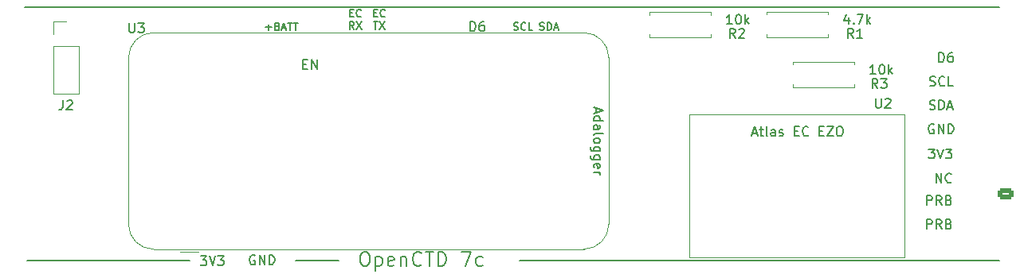
<source format=gbr>
%TF.GenerationSoftware,KiCad,Pcbnew,7.0.7*%
%TF.CreationDate,2024-03-20T16:58:12-04:00*%
%TF.ProjectId,kicad-openctd_rev7,6b696361-642d-46f7-9065-6e6374645f72,rev?*%
%TF.SameCoordinates,Original*%
%TF.FileFunction,Legend,Top*%
%TF.FilePolarity,Positive*%
%FSLAX46Y46*%
G04 Gerber Fmt 4.6, Leading zero omitted, Abs format (unit mm)*
G04 Created by KiCad (PCBNEW 7.0.7) date 2024-03-20 16:58:12*
%MOMM*%
%LPD*%
G01*
G04 APERTURE LIST*
G04 Aperture macros list*
%AMRoundRect*
0 Rectangle with rounded corners*
0 $1 Rounding radius*
0 $2 $3 $4 $5 $6 $7 $8 $9 X,Y pos of 4 corners*
0 Add a 4 corners polygon primitive as box body*
4,1,4,$2,$3,$4,$5,$6,$7,$8,$9,$2,$3,0*
0 Add four circle primitives for the rounded corners*
1,1,$1+$1,$2,$3*
1,1,$1+$1,$4,$5*
1,1,$1+$1,$6,$7*
1,1,$1+$1,$8,$9*
0 Add four rect primitives between the rounded corners*
20,1,$1+$1,$2,$3,$4,$5,0*
20,1,$1+$1,$4,$5,$6,$7,0*
20,1,$1+$1,$6,$7,$8,$9,0*
20,1,$1+$1,$8,$9,$2,$3,0*%
G04 Aperture macros list end*
%ADD10C,0.150000*%
%ADD11C,0.120000*%
%ADD12C,1.600000*%
%ADD13O,1.600000X1.600000*%
%ADD14C,2.540000*%
%ADD15R,1.600000X1.600000*%
%ADD16R,1.651000X1.651000*%
%ADD17C,1.651000*%
%ADD18R,1.700000X1.700000*%
%ADD19O,1.700000X1.700000*%
%ADD20C,4.300000*%
%ADD21RoundRect,0.250000X0.625000X-0.350000X0.625000X0.350000X-0.625000X0.350000X-0.625000X-0.350000X0*%
%ADD22O,1.750000X1.200000*%
G04 APERTURE END LIST*
D10*
X149750000Y-108000000D02*
X200750000Y-108000000D01*
X130536000Y-108000000D02*
X126004000Y-108000000D01*
X97250000Y-81000000D02*
X200750000Y-81000000D01*
X114750000Y-108000000D02*
X97500000Y-108000000D01*
X184745428Y-82084152D02*
X184745428Y-82750819D01*
X184507333Y-81703200D02*
X184269238Y-82417485D01*
X184269238Y-82417485D02*
X184888285Y-82417485D01*
X185269238Y-82655580D02*
X185316857Y-82703200D01*
X185316857Y-82703200D02*
X185269238Y-82750819D01*
X185269238Y-82750819D02*
X185221619Y-82703200D01*
X185221619Y-82703200D02*
X185269238Y-82655580D01*
X185269238Y-82655580D02*
X185269238Y-82750819D01*
X185650190Y-81750819D02*
X186316856Y-81750819D01*
X186316856Y-81750819D02*
X185888285Y-82750819D01*
X186697809Y-82750819D02*
X186697809Y-81750819D01*
X186793047Y-82369866D02*
X187078761Y-82750819D01*
X187078761Y-82084152D02*
X186697809Y-82465104D01*
X193349714Y-91835200D02*
X193492571Y-91882819D01*
X193492571Y-91882819D02*
X193730666Y-91882819D01*
X193730666Y-91882819D02*
X193825904Y-91835200D01*
X193825904Y-91835200D02*
X193873523Y-91787580D01*
X193873523Y-91787580D02*
X193921142Y-91692342D01*
X193921142Y-91692342D02*
X193921142Y-91597104D01*
X193921142Y-91597104D02*
X193873523Y-91501866D01*
X193873523Y-91501866D02*
X193825904Y-91454247D01*
X193825904Y-91454247D02*
X193730666Y-91406628D01*
X193730666Y-91406628D02*
X193540190Y-91359009D01*
X193540190Y-91359009D02*
X193444952Y-91311390D01*
X193444952Y-91311390D02*
X193397333Y-91263771D01*
X193397333Y-91263771D02*
X193349714Y-91168533D01*
X193349714Y-91168533D02*
X193349714Y-91073295D01*
X193349714Y-91073295D02*
X193397333Y-90978057D01*
X193397333Y-90978057D02*
X193444952Y-90930438D01*
X193444952Y-90930438D02*
X193540190Y-90882819D01*
X193540190Y-90882819D02*
X193778285Y-90882819D01*
X193778285Y-90882819D02*
X193921142Y-90930438D01*
X194349714Y-91882819D02*
X194349714Y-90882819D01*
X194349714Y-90882819D02*
X194587809Y-90882819D01*
X194587809Y-90882819D02*
X194730666Y-90930438D01*
X194730666Y-90930438D02*
X194825904Y-91025676D01*
X194825904Y-91025676D02*
X194873523Y-91120914D01*
X194873523Y-91120914D02*
X194921142Y-91311390D01*
X194921142Y-91311390D02*
X194921142Y-91454247D01*
X194921142Y-91454247D02*
X194873523Y-91644723D01*
X194873523Y-91644723D02*
X194825904Y-91739961D01*
X194825904Y-91739961D02*
X194730666Y-91835200D01*
X194730666Y-91835200D02*
X194587809Y-91882819D01*
X194587809Y-91882819D02*
X194349714Y-91882819D01*
X195302095Y-91597104D02*
X195778285Y-91597104D01*
X195206857Y-91882819D02*
X195540190Y-90882819D01*
X195540190Y-90882819D02*
X195873523Y-91882819D01*
X174514475Y-94403104D02*
X174990665Y-94403104D01*
X174419237Y-94688819D02*
X174752570Y-93688819D01*
X174752570Y-93688819D02*
X175085903Y-94688819D01*
X175276380Y-94022152D02*
X175657332Y-94022152D01*
X175419237Y-93688819D02*
X175419237Y-94545961D01*
X175419237Y-94545961D02*
X175466856Y-94641200D01*
X175466856Y-94641200D02*
X175562094Y-94688819D01*
X175562094Y-94688819D02*
X175657332Y-94688819D01*
X176133523Y-94688819D02*
X176038285Y-94641200D01*
X176038285Y-94641200D02*
X175990666Y-94545961D01*
X175990666Y-94545961D02*
X175990666Y-93688819D01*
X176943047Y-94688819D02*
X176943047Y-94165009D01*
X176943047Y-94165009D02*
X176895428Y-94069771D01*
X176895428Y-94069771D02*
X176800190Y-94022152D01*
X176800190Y-94022152D02*
X176609714Y-94022152D01*
X176609714Y-94022152D02*
X176514476Y-94069771D01*
X176943047Y-94641200D02*
X176847809Y-94688819D01*
X176847809Y-94688819D02*
X176609714Y-94688819D01*
X176609714Y-94688819D02*
X176514476Y-94641200D01*
X176514476Y-94641200D02*
X176466857Y-94545961D01*
X176466857Y-94545961D02*
X176466857Y-94450723D01*
X176466857Y-94450723D02*
X176514476Y-94355485D01*
X176514476Y-94355485D02*
X176609714Y-94307866D01*
X176609714Y-94307866D02*
X176847809Y-94307866D01*
X176847809Y-94307866D02*
X176943047Y-94260247D01*
X177371619Y-94641200D02*
X177466857Y-94688819D01*
X177466857Y-94688819D02*
X177657333Y-94688819D01*
X177657333Y-94688819D02*
X177752571Y-94641200D01*
X177752571Y-94641200D02*
X177800190Y-94545961D01*
X177800190Y-94545961D02*
X177800190Y-94498342D01*
X177800190Y-94498342D02*
X177752571Y-94403104D01*
X177752571Y-94403104D02*
X177657333Y-94355485D01*
X177657333Y-94355485D02*
X177514476Y-94355485D01*
X177514476Y-94355485D02*
X177419238Y-94307866D01*
X177419238Y-94307866D02*
X177371619Y-94212628D01*
X177371619Y-94212628D02*
X177371619Y-94165009D01*
X177371619Y-94165009D02*
X177419238Y-94069771D01*
X177419238Y-94069771D02*
X177514476Y-94022152D01*
X177514476Y-94022152D02*
X177657333Y-94022152D01*
X177657333Y-94022152D02*
X177752571Y-94069771D01*
X178990667Y-94165009D02*
X179324000Y-94165009D01*
X179466857Y-94688819D02*
X178990667Y-94688819D01*
X178990667Y-94688819D02*
X178990667Y-93688819D01*
X178990667Y-93688819D02*
X179466857Y-93688819D01*
X180466857Y-94593580D02*
X180419238Y-94641200D01*
X180419238Y-94641200D02*
X180276381Y-94688819D01*
X180276381Y-94688819D02*
X180181143Y-94688819D01*
X180181143Y-94688819D02*
X180038286Y-94641200D01*
X180038286Y-94641200D02*
X179943048Y-94545961D01*
X179943048Y-94545961D02*
X179895429Y-94450723D01*
X179895429Y-94450723D02*
X179847810Y-94260247D01*
X179847810Y-94260247D02*
X179847810Y-94117390D01*
X179847810Y-94117390D02*
X179895429Y-93926914D01*
X179895429Y-93926914D02*
X179943048Y-93831676D01*
X179943048Y-93831676D02*
X180038286Y-93736438D01*
X180038286Y-93736438D02*
X180181143Y-93688819D01*
X180181143Y-93688819D02*
X180276381Y-93688819D01*
X180276381Y-93688819D02*
X180419238Y-93736438D01*
X180419238Y-93736438D02*
X180466857Y-93784057D01*
X181657334Y-94165009D02*
X181990667Y-94165009D01*
X182133524Y-94688819D02*
X181657334Y-94688819D01*
X181657334Y-94688819D02*
X181657334Y-93688819D01*
X181657334Y-93688819D02*
X182133524Y-93688819D01*
X182466858Y-93688819D02*
X183133524Y-93688819D01*
X183133524Y-93688819D02*
X182466858Y-94688819D01*
X182466858Y-94688819D02*
X183133524Y-94688819D01*
X183704953Y-93688819D02*
X183895429Y-93688819D01*
X183895429Y-93688819D02*
X183990667Y-93736438D01*
X183990667Y-93736438D02*
X184085905Y-93831676D01*
X184085905Y-93831676D02*
X184133524Y-94022152D01*
X184133524Y-94022152D02*
X184133524Y-94355485D01*
X184133524Y-94355485D02*
X184085905Y-94545961D01*
X184085905Y-94545961D02*
X183990667Y-94641200D01*
X183990667Y-94641200D02*
X183895429Y-94688819D01*
X183895429Y-94688819D02*
X183704953Y-94688819D01*
X183704953Y-94688819D02*
X183609715Y-94641200D01*
X183609715Y-94641200D02*
X183514477Y-94545961D01*
X183514477Y-94545961D02*
X183466858Y-94355485D01*
X183466858Y-94355485D02*
X183466858Y-94022152D01*
X183466858Y-94022152D02*
X183514477Y-93831676D01*
X183514477Y-93831676D02*
X183609715Y-93736438D01*
X183609715Y-93736438D02*
X183704953Y-93688819D01*
X134302571Y-81599247D02*
X134569237Y-81599247D01*
X134683523Y-82018295D02*
X134302571Y-82018295D01*
X134302571Y-82018295D02*
X134302571Y-81218295D01*
X134302571Y-81218295D02*
X134683523Y-81218295D01*
X135483524Y-81942104D02*
X135445428Y-81980200D01*
X135445428Y-81980200D02*
X135331143Y-82018295D01*
X135331143Y-82018295D02*
X135254952Y-82018295D01*
X135254952Y-82018295D02*
X135140666Y-81980200D01*
X135140666Y-81980200D02*
X135064476Y-81904009D01*
X135064476Y-81904009D02*
X135026381Y-81827819D01*
X135026381Y-81827819D02*
X134988285Y-81675438D01*
X134988285Y-81675438D02*
X134988285Y-81561152D01*
X134988285Y-81561152D02*
X135026381Y-81408771D01*
X135026381Y-81408771D02*
X135064476Y-81332580D01*
X135064476Y-81332580D02*
X135140666Y-81256390D01*
X135140666Y-81256390D02*
X135254952Y-81218295D01*
X135254952Y-81218295D02*
X135331143Y-81218295D01*
X135331143Y-81218295D02*
X135445428Y-81256390D01*
X135445428Y-81256390D02*
X135483524Y-81294485D01*
X134264476Y-82506295D02*
X134721619Y-82506295D01*
X134493047Y-83306295D02*
X134493047Y-82506295D01*
X134912095Y-82506295D02*
X135445429Y-83306295D01*
X135445429Y-82506295D02*
X134912095Y-83306295D01*
X193048095Y-104594819D02*
X193048095Y-103594819D01*
X193048095Y-103594819D02*
X193429047Y-103594819D01*
X193429047Y-103594819D02*
X193524285Y-103642438D01*
X193524285Y-103642438D02*
X193571904Y-103690057D01*
X193571904Y-103690057D02*
X193619523Y-103785295D01*
X193619523Y-103785295D02*
X193619523Y-103928152D01*
X193619523Y-103928152D02*
X193571904Y-104023390D01*
X193571904Y-104023390D02*
X193524285Y-104071009D01*
X193524285Y-104071009D02*
X193429047Y-104118628D01*
X193429047Y-104118628D02*
X193048095Y-104118628D01*
X194619523Y-104594819D02*
X194286190Y-104118628D01*
X194048095Y-104594819D02*
X194048095Y-103594819D01*
X194048095Y-103594819D02*
X194429047Y-103594819D01*
X194429047Y-103594819D02*
X194524285Y-103642438D01*
X194524285Y-103642438D02*
X194571904Y-103690057D01*
X194571904Y-103690057D02*
X194619523Y-103785295D01*
X194619523Y-103785295D02*
X194619523Y-103928152D01*
X194619523Y-103928152D02*
X194571904Y-104023390D01*
X194571904Y-104023390D02*
X194524285Y-104071009D01*
X194524285Y-104071009D02*
X194429047Y-104118628D01*
X194429047Y-104118628D02*
X194048095Y-104118628D01*
X195381428Y-104071009D02*
X195524285Y-104118628D01*
X195524285Y-104118628D02*
X195571904Y-104166247D01*
X195571904Y-104166247D02*
X195619523Y-104261485D01*
X195619523Y-104261485D02*
X195619523Y-104404342D01*
X195619523Y-104404342D02*
X195571904Y-104499580D01*
X195571904Y-104499580D02*
X195524285Y-104547200D01*
X195524285Y-104547200D02*
X195429047Y-104594819D01*
X195429047Y-104594819D02*
X195048095Y-104594819D01*
X195048095Y-104594819D02*
X195048095Y-103594819D01*
X195048095Y-103594819D02*
X195381428Y-103594819D01*
X195381428Y-103594819D02*
X195476666Y-103642438D01*
X195476666Y-103642438D02*
X195524285Y-103690057D01*
X195524285Y-103690057D02*
X195571904Y-103785295D01*
X195571904Y-103785295D02*
X195571904Y-103880533D01*
X195571904Y-103880533D02*
X195524285Y-103975771D01*
X195524285Y-103975771D02*
X195476666Y-104023390D01*
X195476666Y-104023390D02*
X195381428Y-104071009D01*
X195381428Y-104071009D02*
X195048095Y-104071009D01*
X149161618Y-83378200D02*
X149275904Y-83416295D01*
X149275904Y-83416295D02*
X149466380Y-83416295D01*
X149466380Y-83416295D02*
X149542571Y-83378200D01*
X149542571Y-83378200D02*
X149580666Y-83340104D01*
X149580666Y-83340104D02*
X149618761Y-83263914D01*
X149618761Y-83263914D02*
X149618761Y-83187723D01*
X149618761Y-83187723D02*
X149580666Y-83111533D01*
X149580666Y-83111533D02*
X149542571Y-83073438D01*
X149542571Y-83073438D02*
X149466380Y-83035342D01*
X149466380Y-83035342D02*
X149313999Y-82997247D01*
X149313999Y-82997247D02*
X149237809Y-82959152D01*
X149237809Y-82959152D02*
X149199714Y-82921057D01*
X149199714Y-82921057D02*
X149161618Y-82844866D01*
X149161618Y-82844866D02*
X149161618Y-82768676D01*
X149161618Y-82768676D02*
X149199714Y-82692485D01*
X149199714Y-82692485D02*
X149237809Y-82654390D01*
X149237809Y-82654390D02*
X149313999Y-82616295D01*
X149313999Y-82616295D02*
X149504476Y-82616295D01*
X149504476Y-82616295D02*
X149618761Y-82654390D01*
X150418762Y-83340104D02*
X150380666Y-83378200D01*
X150380666Y-83378200D02*
X150266381Y-83416295D01*
X150266381Y-83416295D02*
X150190190Y-83416295D01*
X150190190Y-83416295D02*
X150075904Y-83378200D01*
X150075904Y-83378200D02*
X149999714Y-83302009D01*
X149999714Y-83302009D02*
X149961619Y-83225819D01*
X149961619Y-83225819D02*
X149923523Y-83073438D01*
X149923523Y-83073438D02*
X149923523Y-82959152D01*
X149923523Y-82959152D02*
X149961619Y-82806771D01*
X149961619Y-82806771D02*
X149999714Y-82730580D01*
X149999714Y-82730580D02*
X150075904Y-82654390D01*
X150075904Y-82654390D02*
X150190190Y-82616295D01*
X150190190Y-82616295D02*
X150266381Y-82616295D01*
X150266381Y-82616295D02*
X150380666Y-82654390D01*
X150380666Y-82654390D02*
X150418762Y-82692485D01*
X151142571Y-83416295D02*
X150761619Y-83416295D01*
X150761619Y-83416295D02*
X150761619Y-82616295D01*
X115911905Y-107504819D02*
X116530952Y-107504819D01*
X116530952Y-107504819D02*
X116197619Y-107885771D01*
X116197619Y-107885771D02*
X116340476Y-107885771D01*
X116340476Y-107885771D02*
X116435714Y-107933390D01*
X116435714Y-107933390D02*
X116483333Y-107981009D01*
X116483333Y-107981009D02*
X116530952Y-108076247D01*
X116530952Y-108076247D02*
X116530952Y-108314342D01*
X116530952Y-108314342D02*
X116483333Y-108409580D01*
X116483333Y-108409580D02*
X116435714Y-108457200D01*
X116435714Y-108457200D02*
X116340476Y-108504819D01*
X116340476Y-108504819D02*
X116054762Y-108504819D01*
X116054762Y-108504819D02*
X115959524Y-108457200D01*
X115959524Y-108457200D02*
X115911905Y-108409580D01*
X116816667Y-107504819D02*
X117150000Y-108504819D01*
X117150000Y-108504819D02*
X117483333Y-107504819D01*
X117721429Y-107504819D02*
X118340476Y-107504819D01*
X118340476Y-107504819D02*
X118007143Y-107885771D01*
X118007143Y-107885771D02*
X118150000Y-107885771D01*
X118150000Y-107885771D02*
X118245238Y-107933390D01*
X118245238Y-107933390D02*
X118292857Y-107981009D01*
X118292857Y-107981009D02*
X118340476Y-108076247D01*
X118340476Y-108076247D02*
X118340476Y-108314342D01*
X118340476Y-108314342D02*
X118292857Y-108409580D01*
X118292857Y-108409580D02*
X118245238Y-108457200D01*
X118245238Y-108457200D02*
X118150000Y-108504819D01*
X118150000Y-108504819D02*
X117864286Y-108504819D01*
X117864286Y-108504819D02*
X117769048Y-108457200D01*
X117769048Y-108457200D02*
X117721429Y-108409580D01*
X193802095Y-93482438D02*
X193706857Y-93434819D01*
X193706857Y-93434819D02*
X193564000Y-93434819D01*
X193564000Y-93434819D02*
X193421143Y-93482438D01*
X193421143Y-93482438D02*
X193325905Y-93577676D01*
X193325905Y-93577676D02*
X193278286Y-93672914D01*
X193278286Y-93672914D02*
X193230667Y-93863390D01*
X193230667Y-93863390D02*
X193230667Y-94006247D01*
X193230667Y-94006247D02*
X193278286Y-94196723D01*
X193278286Y-94196723D02*
X193325905Y-94291961D01*
X193325905Y-94291961D02*
X193421143Y-94387200D01*
X193421143Y-94387200D02*
X193564000Y-94434819D01*
X193564000Y-94434819D02*
X193659238Y-94434819D01*
X193659238Y-94434819D02*
X193802095Y-94387200D01*
X193802095Y-94387200D02*
X193849714Y-94339580D01*
X193849714Y-94339580D02*
X193849714Y-94006247D01*
X193849714Y-94006247D02*
X193659238Y-94006247D01*
X194278286Y-94434819D02*
X194278286Y-93434819D01*
X194278286Y-93434819D02*
X194849714Y-94434819D01*
X194849714Y-94434819D02*
X194849714Y-93434819D01*
X195325905Y-94434819D02*
X195325905Y-93434819D01*
X195325905Y-93434819D02*
X195564000Y-93434819D01*
X195564000Y-93434819D02*
X195706857Y-93482438D01*
X195706857Y-93482438D02*
X195802095Y-93577676D01*
X195802095Y-93577676D02*
X195849714Y-93672914D01*
X195849714Y-93672914D02*
X195897333Y-93863390D01*
X195897333Y-93863390D02*
X195897333Y-94006247D01*
X195897333Y-94006247D02*
X195849714Y-94196723D01*
X195849714Y-94196723D02*
X195802095Y-94291961D01*
X195802095Y-94291961D02*
X195706857Y-94387200D01*
X195706857Y-94387200D02*
X195564000Y-94434819D01*
X195564000Y-94434819D02*
X195325905Y-94434819D01*
X126769905Y-87053009D02*
X127103238Y-87053009D01*
X127246095Y-87576819D02*
X126769905Y-87576819D01*
X126769905Y-87576819D02*
X126769905Y-86576819D01*
X126769905Y-86576819D02*
X127246095Y-86576819D01*
X127674667Y-87576819D02*
X127674667Y-86576819D01*
X127674667Y-86576819D02*
X128246095Y-87576819D01*
X128246095Y-87576819D02*
X128246095Y-86576819D01*
X194333905Y-86814819D02*
X194333905Y-85814819D01*
X194333905Y-85814819D02*
X194572000Y-85814819D01*
X194572000Y-85814819D02*
X194714857Y-85862438D01*
X194714857Y-85862438D02*
X194810095Y-85957676D01*
X194810095Y-85957676D02*
X194857714Y-86052914D01*
X194857714Y-86052914D02*
X194905333Y-86243390D01*
X194905333Y-86243390D02*
X194905333Y-86386247D01*
X194905333Y-86386247D02*
X194857714Y-86576723D01*
X194857714Y-86576723D02*
X194810095Y-86671961D01*
X194810095Y-86671961D02*
X194714857Y-86767200D01*
X194714857Y-86767200D02*
X194572000Y-86814819D01*
X194572000Y-86814819D02*
X194333905Y-86814819D01*
X195762476Y-85814819D02*
X195572000Y-85814819D01*
X195572000Y-85814819D02*
X195476762Y-85862438D01*
X195476762Y-85862438D02*
X195429143Y-85910057D01*
X195429143Y-85910057D02*
X195333905Y-86052914D01*
X195333905Y-86052914D02*
X195286286Y-86243390D01*
X195286286Y-86243390D02*
X195286286Y-86624342D01*
X195286286Y-86624342D02*
X195333905Y-86719580D01*
X195333905Y-86719580D02*
X195381524Y-86767200D01*
X195381524Y-86767200D02*
X195476762Y-86814819D01*
X195476762Y-86814819D02*
X195667238Y-86814819D01*
X195667238Y-86814819D02*
X195762476Y-86767200D01*
X195762476Y-86767200D02*
X195810095Y-86719580D01*
X195810095Y-86719580D02*
X195857714Y-86624342D01*
X195857714Y-86624342D02*
X195857714Y-86386247D01*
X195857714Y-86386247D02*
X195810095Y-86291009D01*
X195810095Y-86291009D02*
X195762476Y-86243390D01*
X195762476Y-86243390D02*
X195667238Y-86195771D01*
X195667238Y-86195771D02*
X195476762Y-86195771D01*
X195476762Y-86195771D02*
X195381524Y-86243390D01*
X195381524Y-86243390D02*
X195333905Y-86291009D01*
X195333905Y-86291009D02*
X195286286Y-86386247D01*
X157945895Y-91749999D02*
X157945895Y-92226189D01*
X157660180Y-91654761D02*
X158660180Y-91988094D01*
X158660180Y-91988094D02*
X157660180Y-92321427D01*
X157660180Y-93083332D02*
X158660180Y-93083332D01*
X157707800Y-93083332D02*
X157660180Y-92988094D01*
X157660180Y-92988094D02*
X157660180Y-92797618D01*
X157660180Y-92797618D02*
X157707800Y-92702380D01*
X157707800Y-92702380D02*
X157755419Y-92654761D01*
X157755419Y-92654761D02*
X157850657Y-92607142D01*
X157850657Y-92607142D02*
X158136371Y-92607142D01*
X158136371Y-92607142D02*
X158231609Y-92654761D01*
X158231609Y-92654761D02*
X158279228Y-92702380D01*
X158279228Y-92702380D02*
X158326847Y-92797618D01*
X158326847Y-92797618D02*
X158326847Y-92988094D01*
X158326847Y-92988094D02*
X158279228Y-93083332D01*
X157660180Y-93988094D02*
X158183990Y-93988094D01*
X158183990Y-93988094D02*
X158279228Y-93940475D01*
X158279228Y-93940475D02*
X158326847Y-93845237D01*
X158326847Y-93845237D02*
X158326847Y-93654761D01*
X158326847Y-93654761D02*
X158279228Y-93559523D01*
X157707800Y-93988094D02*
X157660180Y-93892856D01*
X157660180Y-93892856D02*
X157660180Y-93654761D01*
X157660180Y-93654761D02*
X157707800Y-93559523D01*
X157707800Y-93559523D02*
X157803038Y-93511904D01*
X157803038Y-93511904D02*
X157898276Y-93511904D01*
X157898276Y-93511904D02*
X157993514Y-93559523D01*
X157993514Y-93559523D02*
X158041133Y-93654761D01*
X158041133Y-93654761D02*
X158041133Y-93892856D01*
X158041133Y-93892856D02*
X158088752Y-93988094D01*
X157660180Y-94607142D02*
X157707800Y-94511904D01*
X157707800Y-94511904D02*
X157803038Y-94464285D01*
X157803038Y-94464285D02*
X158660180Y-94464285D01*
X157660180Y-95130952D02*
X157707800Y-95035714D01*
X157707800Y-95035714D02*
X157755419Y-94988095D01*
X157755419Y-94988095D02*
X157850657Y-94940476D01*
X157850657Y-94940476D02*
X158136371Y-94940476D01*
X158136371Y-94940476D02*
X158231609Y-94988095D01*
X158231609Y-94988095D02*
X158279228Y-95035714D01*
X158279228Y-95035714D02*
X158326847Y-95130952D01*
X158326847Y-95130952D02*
X158326847Y-95273809D01*
X158326847Y-95273809D02*
X158279228Y-95369047D01*
X158279228Y-95369047D02*
X158231609Y-95416666D01*
X158231609Y-95416666D02*
X158136371Y-95464285D01*
X158136371Y-95464285D02*
X157850657Y-95464285D01*
X157850657Y-95464285D02*
X157755419Y-95416666D01*
X157755419Y-95416666D02*
X157707800Y-95369047D01*
X157707800Y-95369047D02*
X157660180Y-95273809D01*
X157660180Y-95273809D02*
X157660180Y-95130952D01*
X158326847Y-96321428D02*
X157517323Y-96321428D01*
X157517323Y-96321428D02*
X157422085Y-96273809D01*
X157422085Y-96273809D02*
X157374466Y-96226190D01*
X157374466Y-96226190D02*
X157326847Y-96130952D01*
X157326847Y-96130952D02*
X157326847Y-95988095D01*
X157326847Y-95988095D02*
X157374466Y-95892857D01*
X157707800Y-96321428D02*
X157660180Y-96226190D01*
X157660180Y-96226190D02*
X157660180Y-96035714D01*
X157660180Y-96035714D02*
X157707800Y-95940476D01*
X157707800Y-95940476D02*
X157755419Y-95892857D01*
X157755419Y-95892857D02*
X157850657Y-95845238D01*
X157850657Y-95845238D02*
X158136371Y-95845238D01*
X158136371Y-95845238D02*
X158231609Y-95892857D01*
X158231609Y-95892857D02*
X158279228Y-95940476D01*
X158279228Y-95940476D02*
X158326847Y-96035714D01*
X158326847Y-96035714D02*
X158326847Y-96226190D01*
X158326847Y-96226190D02*
X158279228Y-96321428D01*
X158326847Y-97226190D02*
X157517323Y-97226190D01*
X157517323Y-97226190D02*
X157422085Y-97178571D01*
X157422085Y-97178571D02*
X157374466Y-97130952D01*
X157374466Y-97130952D02*
X157326847Y-97035714D01*
X157326847Y-97035714D02*
X157326847Y-96892857D01*
X157326847Y-96892857D02*
X157374466Y-96797619D01*
X157707800Y-97226190D02*
X157660180Y-97130952D01*
X157660180Y-97130952D02*
X157660180Y-96940476D01*
X157660180Y-96940476D02*
X157707800Y-96845238D01*
X157707800Y-96845238D02*
X157755419Y-96797619D01*
X157755419Y-96797619D02*
X157850657Y-96750000D01*
X157850657Y-96750000D02*
X158136371Y-96750000D01*
X158136371Y-96750000D02*
X158231609Y-96797619D01*
X158231609Y-96797619D02*
X158279228Y-96845238D01*
X158279228Y-96845238D02*
X158326847Y-96940476D01*
X158326847Y-96940476D02*
X158326847Y-97130952D01*
X158326847Y-97130952D02*
X158279228Y-97226190D01*
X157707800Y-98083333D02*
X157660180Y-97988095D01*
X157660180Y-97988095D02*
X157660180Y-97797619D01*
X157660180Y-97797619D02*
X157707800Y-97702381D01*
X157707800Y-97702381D02*
X157803038Y-97654762D01*
X157803038Y-97654762D02*
X158183990Y-97654762D01*
X158183990Y-97654762D02*
X158279228Y-97702381D01*
X158279228Y-97702381D02*
X158326847Y-97797619D01*
X158326847Y-97797619D02*
X158326847Y-97988095D01*
X158326847Y-97988095D02*
X158279228Y-98083333D01*
X158279228Y-98083333D02*
X158183990Y-98130952D01*
X158183990Y-98130952D02*
X158088752Y-98130952D01*
X158088752Y-98130952D02*
X157993514Y-97654762D01*
X157660180Y-98559524D02*
X158326847Y-98559524D01*
X158136371Y-98559524D02*
X158231609Y-98607143D01*
X158231609Y-98607143D02*
X158279228Y-98654762D01*
X158279228Y-98654762D02*
X158326847Y-98750000D01*
X158326847Y-98750000D02*
X158326847Y-98845238D01*
X133207143Y-107056128D02*
X133492857Y-107056128D01*
X133492857Y-107056128D02*
X133635714Y-107127557D01*
X133635714Y-107127557D02*
X133778571Y-107270414D01*
X133778571Y-107270414D02*
X133850000Y-107556128D01*
X133850000Y-107556128D02*
X133850000Y-108056128D01*
X133850000Y-108056128D02*
X133778571Y-108341842D01*
X133778571Y-108341842D02*
X133635714Y-108484700D01*
X133635714Y-108484700D02*
X133492857Y-108556128D01*
X133492857Y-108556128D02*
X133207143Y-108556128D01*
X133207143Y-108556128D02*
X133064286Y-108484700D01*
X133064286Y-108484700D02*
X132921428Y-108341842D01*
X132921428Y-108341842D02*
X132850000Y-108056128D01*
X132850000Y-108056128D02*
X132850000Y-107556128D01*
X132850000Y-107556128D02*
X132921428Y-107270414D01*
X132921428Y-107270414D02*
X133064286Y-107127557D01*
X133064286Y-107127557D02*
X133207143Y-107056128D01*
X134492857Y-107556128D02*
X134492857Y-109056128D01*
X134492857Y-107627557D02*
X134635715Y-107556128D01*
X134635715Y-107556128D02*
X134921429Y-107556128D01*
X134921429Y-107556128D02*
X135064286Y-107627557D01*
X135064286Y-107627557D02*
X135135715Y-107698985D01*
X135135715Y-107698985D02*
X135207143Y-107841842D01*
X135207143Y-107841842D02*
X135207143Y-108270414D01*
X135207143Y-108270414D02*
X135135715Y-108413271D01*
X135135715Y-108413271D02*
X135064286Y-108484700D01*
X135064286Y-108484700D02*
X134921429Y-108556128D01*
X134921429Y-108556128D02*
X134635715Y-108556128D01*
X134635715Y-108556128D02*
X134492857Y-108484700D01*
X136421429Y-108484700D02*
X136278572Y-108556128D01*
X136278572Y-108556128D02*
X135992858Y-108556128D01*
X135992858Y-108556128D02*
X135850000Y-108484700D01*
X135850000Y-108484700D02*
X135778572Y-108341842D01*
X135778572Y-108341842D02*
X135778572Y-107770414D01*
X135778572Y-107770414D02*
X135850000Y-107627557D01*
X135850000Y-107627557D02*
X135992858Y-107556128D01*
X135992858Y-107556128D02*
X136278572Y-107556128D01*
X136278572Y-107556128D02*
X136421429Y-107627557D01*
X136421429Y-107627557D02*
X136492858Y-107770414D01*
X136492858Y-107770414D02*
X136492858Y-107913271D01*
X136492858Y-107913271D02*
X135778572Y-108056128D01*
X137135714Y-107556128D02*
X137135714Y-108556128D01*
X137135714Y-107698985D02*
X137207143Y-107627557D01*
X137207143Y-107627557D02*
X137350000Y-107556128D01*
X137350000Y-107556128D02*
X137564286Y-107556128D01*
X137564286Y-107556128D02*
X137707143Y-107627557D01*
X137707143Y-107627557D02*
X137778572Y-107770414D01*
X137778572Y-107770414D02*
X137778572Y-108556128D01*
X139350000Y-108413271D02*
X139278572Y-108484700D01*
X139278572Y-108484700D02*
X139064286Y-108556128D01*
X139064286Y-108556128D02*
X138921429Y-108556128D01*
X138921429Y-108556128D02*
X138707143Y-108484700D01*
X138707143Y-108484700D02*
X138564286Y-108341842D01*
X138564286Y-108341842D02*
X138492857Y-108198985D01*
X138492857Y-108198985D02*
X138421429Y-107913271D01*
X138421429Y-107913271D02*
X138421429Y-107698985D01*
X138421429Y-107698985D02*
X138492857Y-107413271D01*
X138492857Y-107413271D02*
X138564286Y-107270414D01*
X138564286Y-107270414D02*
X138707143Y-107127557D01*
X138707143Y-107127557D02*
X138921429Y-107056128D01*
X138921429Y-107056128D02*
X139064286Y-107056128D01*
X139064286Y-107056128D02*
X139278572Y-107127557D01*
X139278572Y-107127557D02*
X139350000Y-107198985D01*
X139778572Y-107056128D02*
X140635715Y-107056128D01*
X140207143Y-108556128D02*
X140207143Y-107056128D01*
X141135714Y-108556128D02*
X141135714Y-107056128D01*
X141135714Y-107056128D02*
X141492857Y-107056128D01*
X141492857Y-107056128D02*
X141707143Y-107127557D01*
X141707143Y-107127557D02*
X141850000Y-107270414D01*
X141850000Y-107270414D02*
X141921429Y-107413271D01*
X141921429Y-107413271D02*
X141992857Y-107698985D01*
X141992857Y-107698985D02*
X141992857Y-107913271D01*
X141992857Y-107913271D02*
X141921429Y-108198985D01*
X141921429Y-108198985D02*
X141850000Y-108341842D01*
X141850000Y-108341842D02*
X141707143Y-108484700D01*
X141707143Y-108484700D02*
X141492857Y-108556128D01*
X141492857Y-108556128D02*
X141135714Y-108556128D01*
X143635714Y-107056128D02*
X144635714Y-107056128D01*
X144635714Y-107056128D02*
X143992857Y-108556128D01*
X145850000Y-108484700D02*
X145707142Y-108556128D01*
X145707142Y-108556128D02*
X145421428Y-108556128D01*
X145421428Y-108556128D02*
X145278571Y-108484700D01*
X145278571Y-108484700D02*
X145207142Y-108413271D01*
X145207142Y-108413271D02*
X145135714Y-108270414D01*
X145135714Y-108270414D02*
X145135714Y-107841842D01*
X145135714Y-107841842D02*
X145207142Y-107698985D01*
X145207142Y-107698985D02*
X145278571Y-107627557D01*
X145278571Y-107627557D02*
X145421428Y-107556128D01*
X145421428Y-107556128D02*
X145707142Y-107556128D01*
X145707142Y-107556128D02*
X145850000Y-107627557D01*
X151936571Y-83378200D02*
X152050857Y-83416295D01*
X152050857Y-83416295D02*
X152241333Y-83416295D01*
X152241333Y-83416295D02*
X152317524Y-83378200D01*
X152317524Y-83378200D02*
X152355619Y-83340104D01*
X152355619Y-83340104D02*
X152393714Y-83263914D01*
X152393714Y-83263914D02*
X152393714Y-83187723D01*
X152393714Y-83187723D02*
X152355619Y-83111533D01*
X152355619Y-83111533D02*
X152317524Y-83073438D01*
X152317524Y-83073438D02*
X152241333Y-83035342D01*
X152241333Y-83035342D02*
X152088952Y-82997247D01*
X152088952Y-82997247D02*
X152012762Y-82959152D01*
X152012762Y-82959152D02*
X151974667Y-82921057D01*
X151974667Y-82921057D02*
X151936571Y-82844866D01*
X151936571Y-82844866D02*
X151936571Y-82768676D01*
X151936571Y-82768676D02*
X151974667Y-82692485D01*
X151974667Y-82692485D02*
X152012762Y-82654390D01*
X152012762Y-82654390D02*
X152088952Y-82616295D01*
X152088952Y-82616295D02*
X152279429Y-82616295D01*
X152279429Y-82616295D02*
X152393714Y-82654390D01*
X152736572Y-83416295D02*
X152736572Y-82616295D01*
X152736572Y-82616295D02*
X152927048Y-82616295D01*
X152927048Y-82616295D02*
X153041334Y-82654390D01*
X153041334Y-82654390D02*
X153117524Y-82730580D01*
X153117524Y-82730580D02*
X153155619Y-82806771D01*
X153155619Y-82806771D02*
X153193715Y-82959152D01*
X153193715Y-82959152D02*
X153193715Y-83073438D01*
X153193715Y-83073438D02*
X153155619Y-83225819D01*
X153155619Y-83225819D02*
X153117524Y-83302009D01*
X153117524Y-83302009D02*
X153041334Y-83378200D01*
X153041334Y-83378200D02*
X152927048Y-83416295D01*
X152927048Y-83416295D02*
X152736572Y-83416295D01*
X153498476Y-83187723D02*
X153879429Y-83187723D01*
X153422286Y-83416295D02*
X153688953Y-82616295D01*
X153688953Y-82616295D02*
X153955619Y-83416295D01*
X193373524Y-89307200D02*
X193516381Y-89354819D01*
X193516381Y-89354819D02*
X193754476Y-89354819D01*
X193754476Y-89354819D02*
X193849714Y-89307200D01*
X193849714Y-89307200D02*
X193897333Y-89259580D01*
X193897333Y-89259580D02*
X193944952Y-89164342D01*
X193944952Y-89164342D02*
X193944952Y-89069104D01*
X193944952Y-89069104D02*
X193897333Y-88973866D01*
X193897333Y-88973866D02*
X193849714Y-88926247D01*
X193849714Y-88926247D02*
X193754476Y-88878628D01*
X193754476Y-88878628D02*
X193564000Y-88831009D01*
X193564000Y-88831009D02*
X193468762Y-88783390D01*
X193468762Y-88783390D02*
X193421143Y-88735771D01*
X193421143Y-88735771D02*
X193373524Y-88640533D01*
X193373524Y-88640533D02*
X193373524Y-88545295D01*
X193373524Y-88545295D02*
X193421143Y-88450057D01*
X193421143Y-88450057D02*
X193468762Y-88402438D01*
X193468762Y-88402438D02*
X193564000Y-88354819D01*
X193564000Y-88354819D02*
X193802095Y-88354819D01*
X193802095Y-88354819D02*
X193944952Y-88402438D01*
X194944952Y-89259580D02*
X194897333Y-89307200D01*
X194897333Y-89307200D02*
X194754476Y-89354819D01*
X194754476Y-89354819D02*
X194659238Y-89354819D01*
X194659238Y-89354819D02*
X194516381Y-89307200D01*
X194516381Y-89307200D02*
X194421143Y-89211961D01*
X194421143Y-89211961D02*
X194373524Y-89116723D01*
X194373524Y-89116723D02*
X194325905Y-88926247D01*
X194325905Y-88926247D02*
X194325905Y-88783390D01*
X194325905Y-88783390D02*
X194373524Y-88592914D01*
X194373524Y-88592914D02*
X194421143Y-88497676D01*
X194421143Y-88497676D02*
X194516381Y-88402438D01*
X194516381Y-88402438D02*
X194659238Y-88354819D01*
X194659238Y-88354819D02*
X194754476Y-88354819D01*
X194754476Y-88354819D02*
X194897333Y-88402438D01*
X194897333Y-88402438D02*
X194944952Y-88450057D01*
X195849714Y-89354819D02*
X195373524Y-89354819D01*
X195373524Y-89354819D02*
X195373524Y-88354819D01*
X193048095Y-102054819D02*
X193048095Y-101054819D01*
X193048095Y-101054819D02*
X193429047Y-101054819D01*
X193429047Y-101054819D02*
X193524285Y-101102438D01*
X193524285Y-101102438D02*
X193571904Y-101150057D01*
X193571904Y-101150057D02*
X193619523Y-101245295D01*
X193619523Y-101245295D02*
X193619523Y-101388152D01*
X193619523Y-101388152D02*
X193571904Y-101483390D01*
X193571904Y-101483390D02*
X193524285Y-101531009D01*
X193524285Y-101531009D02*
X193429047Y-101578628D01*
X193429047Y-101578628D02*
X193048095Y-101578628D01*
X194619523Y-102054819D02*
X194286190Y-101578628D01*
X194048095Y-102054819D02*
X194048095Y-101054819D01*
X194048095Y-101054819D02*
X194429047Y-101054819D01*
X194429047Y-101054819D02*
X194524285Y-101102438D01*
X194524285Y-101102438D02*
X194571904Y-101150057D01*
X194571904Y-101150057D02*
X194619523Y-101245295D01*
X194619523Y-101245295D02*
X194619523Y-101388152D01*
X194619523Y-101388152D02*
X194571904Y-101483390D01*
X194571904Y-101483390D02*
X194524285Y-101531009D01*
X194524285Y-101531009D02*
X194429047Y-101578628D01*
X194429047Y-101578628D02*
X194048095Y-101578628D01*
X195381428Y-101531009D02*
X195524285Y-101578628D01*
X195524285Y-101578628D02*
X195571904Y-101626247D01*
X195571904Y-101626247D02*
X195619523Y-101721485D01*
X195619523Y-101721485D02*
X195619523Y-101864342D01*
X195619523Y-101864342D02*
X195571904Y-101959580D01*
X195571904Y-101959580D02*
X195524285Y-102007200D01*
X195524285Y-102007200D02*
X195429047Y-102054819D01*
X195429047Y-102054819D02*
X195048095Y-102054819D01*
X195048095Y-102054819D02*
X195048095Y-101054819D01*
X195048095Y-101054819D02*
X195381428Y-101054819D01*
X195381428Y-101054819D02*
X195476666Y-101102438D01*
X195476666Y-101102438D02*
X195524285Y-101150057D01*
X195524285Y-101150057D02*
X195571904Y-101245295D01*
X195571904Y-101245295D02*
X195571904Y-101340533D01*
X195571904Y-101340533D02*
X195524285Y-101435771D01*
X195524285Y-101435771D02*
X195476666Y-101483390D01*
X195476666Y-101483390D02*
X195381428Y-101531009D01*
X195381428Y-101531009D02*
X195048095Y-101531009D01*
X121666095Y-107452438D02*
X121570857Y-107404819D01*
X121570857Y-107404819D02*
X121428000Y-107404819D01*
X121428000Y-107404819D02*
X121285143Y-107452438D01*
X121285143Y-107452438D02*
X121189905Y-107547676D01*
X121189905Y-107547676D02*
X121142286Y-107642914D01*
X121142286Y-107642914D02*
X121094667Y-107833390D01*
X121094667Y-107833390D02*
X121094667Y-107976247D01*
X121094667Y-107976247D02*
X121142286Y-108166723D01*
X121142286Y-108166723D02*
X121189905Y-108261961D01*
X121189905Y-108261961D02*
X121285143Y-108357200D01*
X121285143Y-108357200D02*
X121428000Y-108404819D01*
X121428000Y-108404819D02*
X121523238Y-108404819D01*
X121523238Y-108404819D02*
X121666095Y-108357200D01*
X121666095Y-108357200D02*
X121713714Y-108309580D01*
X121713714Y-108309580D02*
X121713714Y-107976247D01*
X121713714Y-107976247D02*
X121523238Y-107976247D01*
X122142286Y-108404819D02*
X122142286Y-107404819D01*
X122142286Y-107404819D02*
X122713714Y-108404819D01*
X122713714Y-108404819D02*
X122713714Y-107404819D01*
X123189905Y-108404819D02*
X123189905Y-107404819D01*
X123189905Y-107404819D02*
X123428000Y-107404819D01*
X123428000Y-107404819D02*
X123570857Y-107452438D01*
X123570857Y-107452438D02*
X123666095Y-107547676D01*
X123666095Y-107547676D02*
X123713714Y-107642914D01*
X123713714Y-107642914D02*
X123761333Y-107833390D01*
X123761333Y-107833390D02*
X123761333Y-107976247D01*
X123761333Y-107976247D02*
X123713714Y-108166723D01*
X123713714Y-108166723D02*
X123666095Y-108261961D01*
X123666095Y-108261961D02*
X123570857Y-108357200D01*
X123570857Y-108357200D02*
X123428000Y-108404819D01*
X123428000Y-108404819D02*
X123189905Y-108404819D01*
X144549905Y-83512819D02*
X144549905Y-82512819D01*
X144549905Y-82512819D02*
X144788000Y-82512819D01*
X144788000Y-82512819D02*
X144930857Y-82560438D01*
X144930857Y-82560438D02*
X145026095Y-82655676D01*
X145026095Y-82655676D02*
X145073714Y-82750914D01*
X145073714Y-82750914D02*
X145121333Y-82941390D01*
X145121333Y-82941390D02*
X145121333Y-83084247D01*
X145121333Y-83084247D02*
X145073714Y-83274723D01*
X145073714Y-83274723D02*
X145026095Y-83369961D01*
X145026095Y-83369961D02*
X144930857Y-83465200D01*
X144930857Y-83465200D02*
X144788000Y-83512819D01*
X144788000Y-83512819D02*
X144549905Y-83512819D01*
X145978476Y-82512819D02*
X145788000Y-82512819D01*
X145788000Y-82512819D02*
X145692762Y-82560438D01*
X145692762Y-82560438D02*
X145645143Y-82608057D01*
X145645143Y-82608057D02*
X145549905Y-82750914D01*
X145549905Y-82750914D02*
X145502286Y-82941390D01*
X145502286Y-82941390D02*
X145502286Y-83322342D01*
X145502286Y-83322342D02*
X145549905Y-83417580D01*
X145549905Y-83417580D02*
X145597524Y-83465200D01*
X145597524Y-83465200D02*
X145692762Y-83512819D01*
X145692762Y-83512819D02*
X145883238Y-83512819D01*
X145883238Y-83512819D02*
X145978476Y-83465200D01*
X145978476Y-83465200D02*
X146026095Y-83417580D01*
X146026095Y-83417580D02*
X146073714Y-83322342D01*
X146073714Y-83322342D02*
X146073714Y-83084247D01*
X146073714Y-83084247D02*
X146026095Y-82989009D01*
X146026095Y-82989009D02*
X145978476Y-82941390D01*
X145978476Y-82941390D02*
X145883238Y-82893771D01*
X145883238Y-82893771D02*
X145692762Y-82893771D01*
X145692762Y-82893771D02*
X145597524Y-82941390D01*
X145597524Y-82941390D02*
X145549905Y-82989009D01*
X145549905Y-82989009D02*
X145502286Y-83084247D01*
X193259905Y-96082819D02*
X193878952Y-96082819D01*
X193878952Y-96082819D02*
X193545619Y-96463771D01*
X193545619Y-96463771D02*
X193688476Y-96463771D01*
X193688476Y-96463771D02*
X193783714Y-96511390D01*
X193783714Y-96511390D02*
X193831333Y-96559009D01*
X193831333Y-96559009D02*
X193878952Y-96654247D01*
X193878952Y-96654247D02*
X193878952Y-96892342D01*
X193878952Y-96892342D02*
X193831333Y-96987580D01*
X193831333Y-96987580D02*
X193783714Y-97035200D01*
X193783714Y-97035200D02*
X193688476Y-97082819D01*
X193688476Y-97082819D02*
X193402762Y-97082819D01*
X193402762Y-97082819D02*
X193307524Y-97035200D01*
X193307524Y-97035200D02*
X193259905Y-96987580D01*
X194164667Y-96082819D02*
X194498000Y-97082819D01*
X194498000Y-97082819D02*
X194831333Y-96082819D01*
X195069429Y-96082819D02*
X195688476Y-96082819D01*
X195688476Y-96082819D02*
X195355143Y-96463771D01*
X195355143Y-96463771D02*
X195498000Y-96463771D01*
X195498000Y-96463771D02*
X195593238Y-96511390D01*
X195593238Y-96511390D02*
X195640857Y-96559009D01*
X195640857Y-96559009D02*
X195688476Y-96654247D01*
X195688476Y-96654247D02*
X195688476Y-96892342D01*
X195688476Y-96892342D02*
X195640857Y-96987580D01*
X195640857Y-96987580D02*
X195593238Y-97035200D01*
X195593238Y-97035200D02*
X195498000Y-97082819D01*
X195498000Y-97082819D02*
X195212286Y-97082819D01*
X195212286Y-97082819D02*
X195117048Y-97035200D01*
X195117048Y-97035200D02*
X195069429Y-96987580D01*
X194032286Y-99682819D02*
X194032286Y-98682819D01*
X194032286Y-98682819D02*
X194603714Y-99682819D01*
X194603714Y-99682819D02*
X194603714Y-98682819D01*
X195651333Y-99587580D02*
X195603714Y-99635200D01*
X195603714Y-99635200D02*
X195460857Y-99682819D01*
X195460857Y-99682819D02*
X195365619Y-99682819D01*
X195365619Y-99682819D02*
X195222762Y-99635200D01*
X195222762Y-99635200D02*
X195127524Y-99539961D01*
X195127524Y-99539961D02*
X195079905Y-99444723D01*
X195079905Y-99444723D02*
X195032286Y-99254247D01*
X195032286Y-99254247D02*
X195032286Y-99111390D01*
X195032286Y-99111390D02*
X195079905Y-98920914D01*
X195079905Y-98920914D02*
X195127524Y-98825676D01*
X195127524Y-98825676D02*
X195222762Y-98730438D01*
X195222762Y-98730438D02*
X195365619Y-98682819D01*
X195365619Y-98682819D02*
X195460857Y-98682819D01*
X195460857Y-98682819D02*
X195603714Y-98730438D01*
X195603714Y-98730438D02*
X195651333Y-98778057D01*
X187618761Y-88084819D02*
X187047333Y-88084819D01*
X187333047Y-88084819D02*
X187333047Y-87084819D01*
X187333047Y-87084819D02*
X187237809Y-87227676D01*
X187237809Y-87227676D02*
X187142571Y-87322914D01*
X187142571Y-87322914D02*
X187047333Y-87370533D01*
X188237809Y-87084819D02*
X188333047Y-87084819D01*
X188333047Y-87084819D02*
X188428285Y-87132438D01*
X188428285Y-87132438D02*
X188475904Y-87180057D01*
X188475904Y-87180057D02*
X188523523Y-87275295D01*
X188523523Y-87275295D02*
X188571142Y-87465771D01*
X188571142Y-87465771D02*
X188571142Y-87703866D01*
X188571142Y-87703866D02*
X188523523Y-87894342D01*
X188523523Y-87894342D02*
X188475904Y-87989580D01*
X188475904Y-87989580D02*
X188428285Y-88037200D01*
X188428285Y-88037200D02*
X188333047Y-88084819D01*
X188333047Y-88084819D02*
X188237809Y-88084819D01*
X188237809Y-88084819D02*
X188142571Y-88037200D01*
X188142571Y-88037200D02*
X188094952Y-87989580D01*
X188094952Y-87989580D02*
X188047333Y-87894342D01*
X188047333Y-87894342D02*
X187999714Y-87703866D01*
X187999714Y-87703866D02*
X187999714Y-87465771D01*
X187999714Y-87465771D02*
X188047333Y-87275295D01*
X188047333Y-87275295D02*
X188094952Y-87180057D01*
X188094952Y-87180057D02*
X188142571Y-87132438D01*
X188142571Y-87132438D02*
X188237809Y-87084819D01*
X188999714Y-88084819D02*
X188999714Y-87084819D01*
X189094952Y-87703866D02*
X189380666Y-88084819D01*
X189380666Y-87418152D02*
X188999714Y-87799104D01*
X172378761Y-82750819D02*
X171807333Y-82750819D01*
X172093047Y-82750819D02*
X172093047Y-81750819D01*
X172093047Y-81750819D02*
X171997809Y-81893676D01*
X171997809Y-81893676D02*
X171902571Y-81988914D01*
X171902571Y-81988914D02*
X171807333Y-82036533D01*
X172997809Y-81750819D02*
X173093047Y-81750819D01*
X173093047Y-81750819D02*
X173188285Y-81798438D01*
X173188285Y-81798438D02*
X173235904Y-81846057D01*
X173235904Y-81846057D02*
X173283523Y-81941295D01*
X173283523Y-81941295D02*
X173331142Y-82131771D01*
X173331142Y-82131771D02*
X173331142Y-82369866D01*
X173331142Y-82369866D02*
X173283523Y-82560342D01*
X173283523Y-82560342D02*
X173235904Y-82655580D01*
X173235904Y-82655580D02*
X173188285Y-82703200D01*
X173188285Y-82703200D02*
X173093047Y-82750819D01*
X173093047Y-82750819D02*
X172997809Y-82750819D01*
X172997809Y-82750819D02*
X172902571Y-82703200D01*
X172902571Y-82703200D02*
X172854952Y-82655580D01*
X172854952Y-82655580D02*
X172807333Y-82560342D01*
X172807333Y-82560342D02*
X172759714Y-82369866D01*
X172759714Y-82369866D02*
X172759714Y-82131771D01*
X172759714Y-82131771D02*
X172807333Y-81941295D01*
X172807333Y-81941295D02*
X172854952Y-81846057D01*
X172854952Y-81846057D02*
X172902571Y-81798438D01*
X172902571Y-81798438D02*
X172997809Y-81750819D01*
X173759714Y-82750819D02*
X173759714Y-81750819D01*
X173854952Y-82369866D02*
X174140666Y-82750819D01*
X174140666Y-82084152D02*
X173759714Y-82465104D01*
X122802857Y-83115533D02*
X123412381Y-83115533D01*
X123107619Y-83420295D02*
X123107619Y-82810771D01*
X124059999Y-83001247D02*
X124174285Y-83039342D01*
X124174285Y-83039342D02*
X124212380Y-83077438D01*
X124212380Y-83077438D02*
X124250476Y-83153628D01*
X124250476Y-83153628D02*
X124250476Y-83267914D01*
X124250476Y-83267914D02*
X124212380Y-83344104D01*
X124212380Y-83344104D02*
X124174285Y-83382200D01*
X124174285Y-83382200D02*
X124098095Y-83420295D01*
X124098095Y-83420295D02*
X123793333Y-83420295D01*
X123793333Y-83420295D02*
X123793333Y-82620295D01*
X123793333Y-82620295D02*
X124059999Y-82620295D01*
X124059999Y-82620295D02*
X124136190Y-82658390D01*
X124136190Y-82658390D02*
X124174285Y-82696485D01*
X124174285Y-82696485D02*
X124212380Y-82772676D01*
X124212380Y-82772676D02*
X124212380Y-82848866D01*
X124212380Y-82848866D02*
X124174285Y-82925057D01*
X124174285Y-82925057D02*
X124136190Y-82963152D01*
X124136190Y-82963152D02*
X124059999Y-83001247D01*
X124059999Y-83001247D02*
X123793333Y-83001247D01*
X124555237Y-83191723D02*
X124936190Y-83191723D01*
X124479047Y-83420295D02*
X124745714Y-82620295D01*
X124745714Y-82620295D02*
X125012380Y-83420295D01*
X125164761Y-82620295D02*
X125621904Y-82620295D01*
X125393332Y-83420295D02*
X125393332Y-82620295D01*
X125774285Y-82620295D02*
X126231428Y-82620295D01*
X126002856Y-83420295D02*
X126002856Y-82620295D01*
X131762571Y-81599247D02*
X132029237Y-81599247D01*
X132143523Y-82018295D02*
X131762571Y-82018295D01*
X131762571Y-82018295D02*
X131762571Y-81218295D01*
X131762571Y-81218295D02*
X132143523Y-81218295D01*
X132943524Y-81942104D02*
X132905428Y-81980200D01*
X132905428Y-81980200D02*
X132791143Y-82018295D01*
X132791143Y-82018295D02*
X132714952Y-82018295D01*
X132714952Y-82018295D02*
X132600666Y-81980200D01*
X132600666Y-81980200D02*
X132524476Y-81904009D01*
X132524476Y-81904009D02*
X132486381Y-81827819D01*
X132486381Y-81827819D02*
X132448285Y-81675438D01*
X132448285Y-81675438D02*
X132448285Y-81561152D01*
X132448285Y-81561152D02*
X132486381Y-81408771D01*
X132486381Y-81408771D02*
X132524476Y-81332580D01*
X132524476Y-81332580D02*
X132600666Y-81256390D01*
X132600666Y-81256390D02*
X132714952Y-81218295D01*
X132714952Y-81218295D02*
X132791143Y-81218295D01*
X132791143Y-81218295D02*
X132905428Y-81256390D01*
X132905428Y-81256390D02*
X132943524Y-81294485D01*
X132200667Y-83306295D02*
X131934000Y-82925342D01*
X131743524Y-83306295D02*
X131743524Y-82506295D01*
X131743524Y-82506295D02*
X132048286Y-82506295D01*
X132048286Y-82506295D02*
X132124476Y-82544390D01*
X132124476Y-82544390D02*
X132162571Y-82582485D01*
X132162571Y-82582485D02*
X132200667Y-82658676D01*
X132200667Y-82658676D02*
X132200667Y-82772961D01*
X132200667Y-82772961D02*
X132162571Y-82849152D01*
X132162571Y-82849152D02*
X132124476Y-82887247D01*
X132124476Y-82887247D02*
X132048286Y-82925342D01*
X132048286Y-82925342D02*
X131743524Y-82925342D01*
X132467333Y-82506295D02*
X133000667Y-83306295D01*
X133000667Y-82506295D02*
X132467333Y-83306295D01*
X185245333Y-84238819D02*
X184912000Y-83762628D01*
X184673905Y-84238819D02*
X184673905Y-83238819D01*
X184673905Y-83238819D02*
X185054857Y-83238819D01*
X185054857Y-83238819D02*
X185150095Y-83286438D01*
X185150095Y-83286438D02*
X185197714Y-83334057D01*
X185197714Y-83334057D02*
X185245333Y-83429295D01*
X185245333Y-83429295D02*
X185245333Y-83572152D01*
X185245333Y-83572152D02*
X185197714Y-83667390D01*
X185197714Y-83667390D02*
X185150095Y-83715009D01*
X185150095Y-83715009D02*
X185054857Y-83762628D01*
X185054857Y-83762628D02*
X184673905Y-83762628D01*
X186197714Y-84238819D02*
X185626286Y-84238819D01*
X185912000Y-84238819D02*
X185912000Y-83238819D01*
X185912000Y-83238819D02*
X185816762Y-83381676D01*
X185816762Y-83381676D02*
X185721524Y-83476914D01*
X185721524Y-83476914D02*
X185626286Y-83524533D01*
X108318095Y-82679819D02*
X108318095Y-83489342D01*
X108318095Y-83489342D02*
X108365714Y-83584580D01*
X108365714Y-83584580D02*
X108413333Y-83632200D01*
X108413333Y-83632200D02*
X108508571Y-83679819D01*
X108508571Y-83679819D02*
X108699047Y-83679819D01*
X108699047Y-83679819D02*
X108794285Y-83632200D01*
X108794285Y-83632200D02*
X108841904Y-83584580D01*
X108841904Y-83584580D02*
X108889523Y-83489342D01*
X108889523Y-83489342D02*
X108889523Y-82679819D01*
X109270476Y-82679819D02*
X109889523Y-82679819D01*
X109889523Y-82679819D02*
X109556190Y-83060771D01*
X109556190Y-83060771D02*
X109699047Y-83060771D01*
X109699047Y-83060771D02*
X109794285Y-83108390D01*
X109794285Y-83108390D02*
X109841904Y-83156009D01*
X109841904Y-83156009D02*
X109889523Y-83251247D01*
X109889523Y-83251247D02*
X109889523Y-83489342D01*
X109889523Y-83489342D02*
X109841904Y-83584580D01*
X109841904Y-83584580D02*
X109794285Y-83632200D01*
X109794285Y-83632200D02*
X109699047Y-83679819D01*
X109699047Y-83679819D02*
X109413333Y-83679819D01*
X109413333Y-83679819D02*
X109318095Y-83632200D01*
X109318095Y-83632200D02*
X109270476Y-83584580D01*
X187627095Y-90699819D02*
X187627095Y-91509342D01*
X187627095Y-91509342D02*
X187674714Y-91604580D01*
X187674714Y-91604580D02*
X187722333Y-91652200D01*
X187722333Y-91652200D02*
X187817571Y-91699819D01*
X187817571Y-91699819D02*
X188008047Y-91699819D01*
X188008047Y-91699819D02*
X188103285Y-91652200D01*
X188103285Y-91652200D02*
X188150904Y-91604580D01*
X188150904Y-91604580D02*
X188198523Y-91509342D01*
X188198523Y-91509342D02*
X188198523Y-90699819D01*
X188627095Y-90795057D02*
X188674714Y-90747438D01*
X188674714Y-90747438D02*
X188769952Y-90699819D01*
X188769952Y-90699819D02*
X189008047Y-90699819D01*
X189008047Y-90699819D02*
X189103285Y-90747438D01*
X189103285Y-90747438D02*
X189150904Y-90795057D01*
X189150904Y-90795057D02*
X189198523Y-90890295D01*
X189198523Y-90890295D02*
X189198523Y-90985533D01*
X189198523Y-90985533D02*
X189150904Y-91128390D01*
X189150904Y-91128390D02*
X188579476Y-91699819D01*
X188579476Y-91699819D02*
X189198523Y-91699819D01*
X101266666Y-90894819D02*
X101266666Y-91609104D01*
X101266666Y-91609104D02*
X101219047Y-91751961D01*
X101219047Y-91751961D02*
X101123809Y-91847200D01*
X101123809Y-91847200D02*
X100980952Y-91894819D01*
X100980952Y-91894819D02*
X100885714Y-91894819D01*
X101695238Y-90990057D02*
X101742857Y-90942438D01*
X101742857Y-90942438D02*
X101838095Y-90894819D01*
X101838095Y-90894819D02*
X102076190Y-90894819D01*
X102076190Y-90894819D02*
X102171428Y-90942438D01*
X102171428Y-90942438D02*
X102219047Y-90990057D01*
X102219047Y-90990057D02*
X102266666Y-91085295D01*
X102266666Y-91085295D02*
X102266666Y-91180533D01*
X102266666Y-91180533D02*
X102219047Y-91323390D01*
X102219047Y-91323390D02*
X101647619Y-91894819D01*
X101647619Y-91894819D02*
X102266666Y-91894819D01*
X187831333Y-89588819D02*
X187498000Y-89112628D01*
X187259905Y-89588819D02*
X187259905Y-88588819D01*
X187259905Y-88588819D02*
X187640857Y-88588819D01*
X187640857Y-88588819D02*
X187736095Y-88636438D01*
X187736095Y-88636438D02*
X187783714Y-88684057D01*
X187783714Y-88684057D02*
X187831333Y-88779295D01*
X187831333Y-88779295D02*
X187831333Y-88922152D01*
X187831333Y-88922152D02*
X187783714Y-89017390D01*
X187783714Y-89017390D02*
X187736095Y-89065009D01*
X187736095Y-89065009D02*
X187640857Y-89112628D01*
X187640857Y-89112628D02*
X187259905Y-89112628D01*
X188164667Y-88588819D02*
X188783714Y-88588819D01*
X188783714Y-88588819D02*
X188450381Y-88969771D01*
X188450381Y-88969771D02*
X188593238Y-88969771D01*
X188593238Y-88969771D02*
X188688476Y-89017390D01*
X188688476Y-89017390D02*
X188736095Y-89065009D01*
X188736095Y-89065009D02*
X188783714Y-89160247D01*
X188783714Y-89160247D02*
X188783714Y-89398342D01*
X188783714Y-89398342D02*
X188736095Y-89493580D01*
X188736095Y-89493580D02*
X188688476Y-89541200D01*
X188688476Y-89541200D02*
X188593238Y-89588819D01*
X188593238Y-89588819D02*
X188307524Y-89588819D01*
X188307524Y-89588819D02*
X188212286Y-89541200D01*
X188212286Y-89541200D02*
X188164667Y-89493580D01*
X172695333Y-84258819D02*
X172362000Y-83782628D01*
X172123905Y-84258819D02*
X172123905Y-83258819D01*
X172123905Y-83258819D02*
X172504857Y-83258819D01*
X172504857Y-83258819D02*
X172600095Y-83306438D01*
X172600095Y-83306438D02*
X172647714Y-83354057D01*
X172647714Y-83354057D02*
X172695333Y-83449295D01*
X172695333Y-83449295D02*
X172695333Y-83592152D01*
X172695333Y-83592152D02*
X172647714Y-83687390D01*
X172647714Y-83687390D02*
X172600095Y-83735009D01*
X172600095Y-83735009D02*
X172504857Y-83782628D01*
X172504857Y-83782628D02*
X172123905Y-83782628D01*
X173076286Y-83354057D02*
X173123905Y-83306438D01*
X173123905Y-83306438D02*
X173219143Y-83258819D01*
X173219143Y-83258819D02*
X173457238Y-83258819D01*
X173457238Y-83258819D02*
X173552476Y-83306438D01*
X173552476Y-83306438D02*
X173600095Y-83354057D01*
X173600095Y-83354057D02*
X173647714Y-83449295D01*
X173647714Y-83449295D02*
X173647714Y-83544533D01*
X173647714Y-83544533D02*
X173600095Y-83687390D01*
X173600095Y-83687390D02*
X173028667Y-84258819D01*
X173028667Y-84258819D02*
X173647714Y-84258819D01*
D11*
%TO.C,R1*%
X176054000Y-81434000D02*
X182594000Y-81434000D01*
X176054000Y-81764000D02*
X176054000Y-81434000D01*
X176054000Y-83844000D02*
X176054000Y-84174000D01*
X176054000Y-84174000D02*
X182594000Y-84174000D01*
X182594000Y-81434000D02*
X182594000Y-81764000D01*
X182594000Y-84174000D02*
X182594000Y-83844000D01*
%TO.C,U3*%
X115700000Y-107085000D02*
X113700000Y-107085000D01*
X110890000Y-106765000D02*
X156610000Y-106765000D01*
X108240000Y-86335000D02*
X108240000Y-104115000D01*
X159260000Y-86335000D02*
X159260000Y-104115000D01*
X110890000Y-83685000D02*
X156610000Y-83685000D01*
X108240000Y-104115000D02*
G75*
G03*
X110890000Y-106765000I2650000J0D01*
G01*
X156610000Y-106765000D02*
G75*
G03*
X159260000Y-104115000I0J2650000D01*
G01*
X110890000Y-83685000D02*
G75*
G03*
X108240000Y-86335000I0J-2650000D01*
G01*
X159260000Y-86335000D02*
G75*
G03*
X156610000Y-83685000I-2650000J0D01*
G01*
%TO.C,U2*%
X167815000Y-92399000D02*
X190675000Y-92399000D01*
X190675000Y-92399000D02*
X190675000Y-107639000D01*
X190675000Y-107639000D02*
X167815000Y-107639000D01*
X167815000Y-107639000D02*
X167815000Y-92399000D01*
%TO.C,J2*%
X100270000Y-82490000D02*
X101600000Y-82490000D01*
X100270000Y-83820000D02*
X100270000Y-82490000D01*
X100270000Y-85090000D02*
X100270000Y-90230000D01*
X100270000Y-85090000D02*
X102930000Y-85090000D01*
X100270000Y-90230000D02*
X102930000Y-90230000D01*
X102930000Y-85090000D02*
X102930000Y-90230000D01*
%TO.C,R3*%
X178848000Y-86768000D02*
X185388000Y-86768000D01*
X178848000Y-87098000D02*
X178848000Y-86768000D01*
X178848000Y-89178000D02*
X178848000Y-89508000D01*
X178848000Y-89508000D02*
X185388000Y-89508000D01*
X185388000Y-86768000D02*
X185388000Y-87098000D01*
X185388000Y-89508000D02*
X185388000Y-89178000D01*
%TO.C,R2*%
X163608000Y-81446000D02*
X170148000Y-81446000D01*
X163608000Y-81776000D02*
X163608000Y-81446000D01*
X163608000Y-83856000D02*
X163608000Y-84186000D01*
X163608000Y-84186000D02*
X170148000Y-84186000D01*
X170148000Y-81446000D02*
X170148000Y-81776000D01*
X170148000Y-84186000D02*
X170148000Y-83856000D01*
%TD*%
%LPC*%
D12*
%TO.C,R1*%
X175514000Y-82804000D03*
D13*
X183134000Y-82804000D03*
%TD*%
D14*
%TO.C,U3*%
X156610000Y-104115000D03*
X156610000Y-86335000D03*
D15*
X114700000Y-105385000D03*
D12*
X117240000Y-105385000D03*
X119780000Y-105385000D03*
X122320000Y-105385000D03*
X124860000Y-105385000D03*
X127400000Y-105385000D03*
X129940000Y-105385000D03*
X132480000Y-105385000D03*
X135020000Y-105385000D03*
X137560000Y-105385000D03*
X140100000Y-105385000D03*
X142640000Y-105385000D03*
X145180000Y-105385000D03*
X147720000Y-105385000D03*
X150260000Y-105385000D03*
X152800000Y-105385000D03*
X152800000Y-85065000D03*
X150260000Y-85065000D03*
X147720000Y-85065000D03*
X145180000Y-85065000D03*
X142640000Y-85065000D03*
X140100000Y-85065000D03*
X137560000Y-85065000D03*
X135020000Y-85065000D03*
X132480000Y-85065000D03*
X129940000Y-85065000D03*
X127400000Y-85065000D03*
X124860000Y-85065000D03*
%TD*%
D16*
%TO.C,U2*%
X170355000Y-102559000D03*
D17*
X170355000Y-100019000D03*
X170355000Y-97479000D03*
D16*
X188135000Y-97479000D03*
D17*
X188135000Y-100019000D03*
X188135000Y-102559000D03*
%TD*%
D18*
%TO.C,J2*%
X101600000Y-83820000D03*
D19*
X101600000Y-86360000D03*
X101600000Y-88900000D03*
%TD*%
D20*
%TO.C,REF\u002A\u002A*%
X97790000Y-94488000D03*
%TD*%
D12*
%TO.C,R3*%
X178308000Y-88138000D03*
D13*
X185928000Y-88138000D03*
%TD*%
D12*
%TO.C,R2*%
X163068000Y-82816000D03*
D13*
X170688000Y-82816000D03*
%TD*%
D16*
%TO.C,U1*%
X105875000Y-83645000D03*
D17*
X105863570Y-86134568D03*
X105863570Y-88671711D03*
X105863570Y-91265000D03*
X105863570Y-93805000D03*
X105863570Y-96345000D03*
X105863570Y-98885000D03*
X105863570Y-101425000D03*
%TD*%
D21*
%TO.C,J4*%
X201422000Y-100862000D03*
D22*
X201422000Y-98862000D03*
X201422000Y-96862000D03*
X201422000Y-94862000D03*
X201422000Y-92862000D03*
X201422000Y-90862000D03*
X201422000Y-88862000D03*
%TD*%
D18*
%TO.C,J3*%
X197740000Y-104200000D03*
D19*
X197740000Y-101660000D03*
X197740000Y-99120000D03*
X197740000Y-96580000D03*
X197740000Y-94040000D03*
X197740000Y-91500000D03*
X197740000Y-88960000D03*
X197740000Y-86420000D03*
%TD*%
%LPD*%
M02*

</source>
